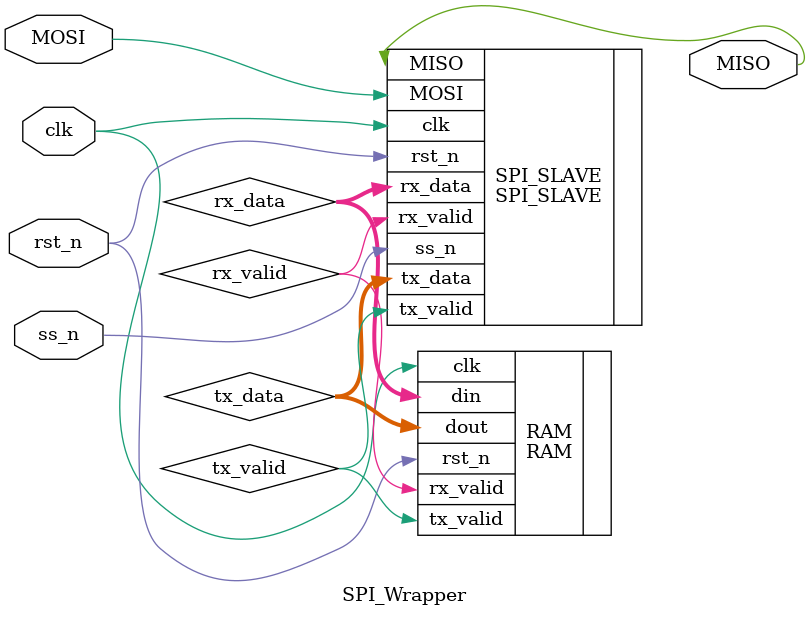
<source format=v>
`timescale 1ns / 1ps


module SPI_Wrapper
#(parameter ADDR_WIDTH = 8 , DATA_WIDTH = 10)
(
input MOSI, ss_n , clk , rst_n ,
output MISO
);

wire rx_valid , tx_valid ;
wire [9 : 0] rx_data ;
wire [7 : 0] tx_data ;
SPI_SLAVE SPI_SLAVE 
                   (
                   .MOSI(MOSI) , 
                   .clk(clk) ,
                   .rst_n(rst_n) ,
                   .tx_data(tx_data) ,
                   .tx_valid(tx_valid) , 
                   .rx_data(rx_data) , 
                   .rx_valid(rx_valid) ,
                   .ss_n(ss_n) , 
                   .MISO (MISO) 
                   
                   );

RAM #(.ADDR_WIDTH(ADDR_WIDTH) , .DATA_WIDTH (DATA_WIDTH))RAM
                   (
                   .din(rx_data) ,
                   .rx_valid(rx_valid) ,
                   .dout(tx_data) , 
                   .tx_valid(tx_valid) ,
                   .clk(clk) , 
                   .rst_n(rst_n)
                   );
                       


endmodule

</source>
